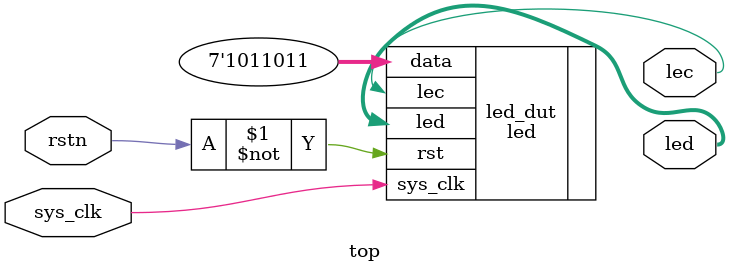
<source format=v>
module top(
    input sys_clk,
    input rstn,

    output lec,
    output [3:0] led
);

    localparam DATA = 7'h5B;

    led 
    led_dut (
        .sys_clk(sys_clk),
        .rst(~rstn),
        .data(DATA),
        .lec(lec),
        .led(led)
    );



endmodule
</source>
